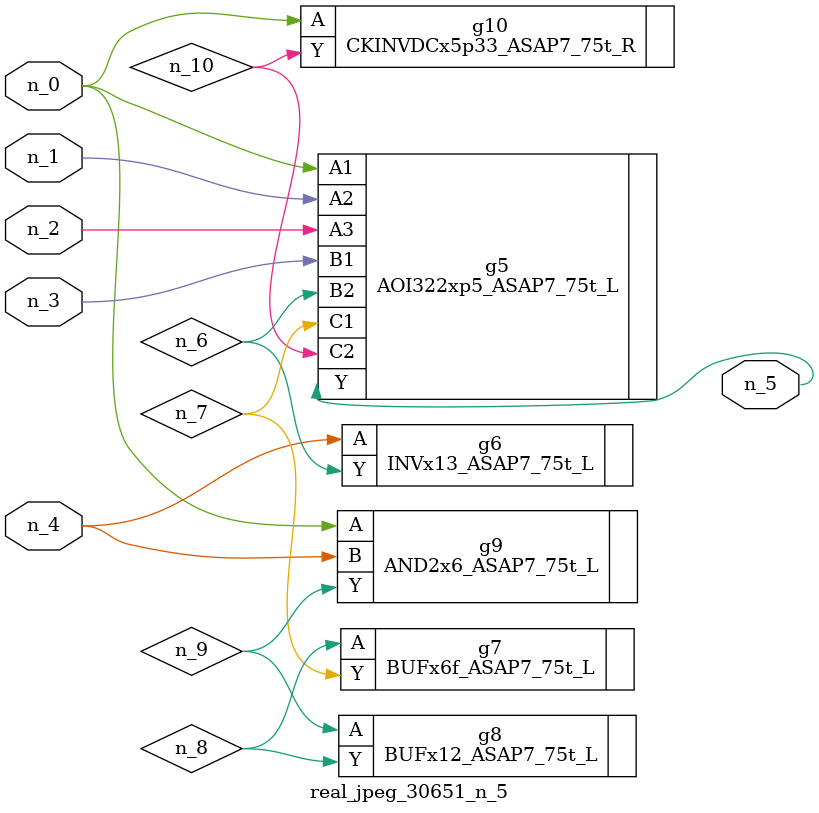
<source format=v>
module real_jpeg_30651_n_5 (n_4, n_0, n_1, n_2, n_3, n_5);

input n_4;
input n_0;
input n_1;
input n_2;
input n_3;

output n_5;

wire n_8;
wire n_6;
wire n_7;
wire n_10;
wire n_9;

AOI322xp5_ASAP7_75t_L g5 ( 
.A1(n_0),
.A2(n_1),
.A3(n_2),
.B1(n_3),
.B2(n_6),
.C1(n_7),
.C2(n_10),
.Y(n_5)
);

AND2x6_ASAP7_75t_L g9 ( 
.A(n_0),
.B(n_4),
.Y(n_9)
);

CKINVDCx5p33_ASAP7_75t_R g10 ( 
.A(n_0),
.Y(n_10)
);

INVx13_ASAP7_75t_L g6 ( 
.A(n_4),
.Y(n_6)
);

BUFx6f_ASAP7_75t_L g7 ( 
.A(n_8),
.Y(n_7)
);

BUFx12_ASAP7_75t_L g8 ( 
.A(n_9),
.Y(n_8)
);


endmodule
</source>
